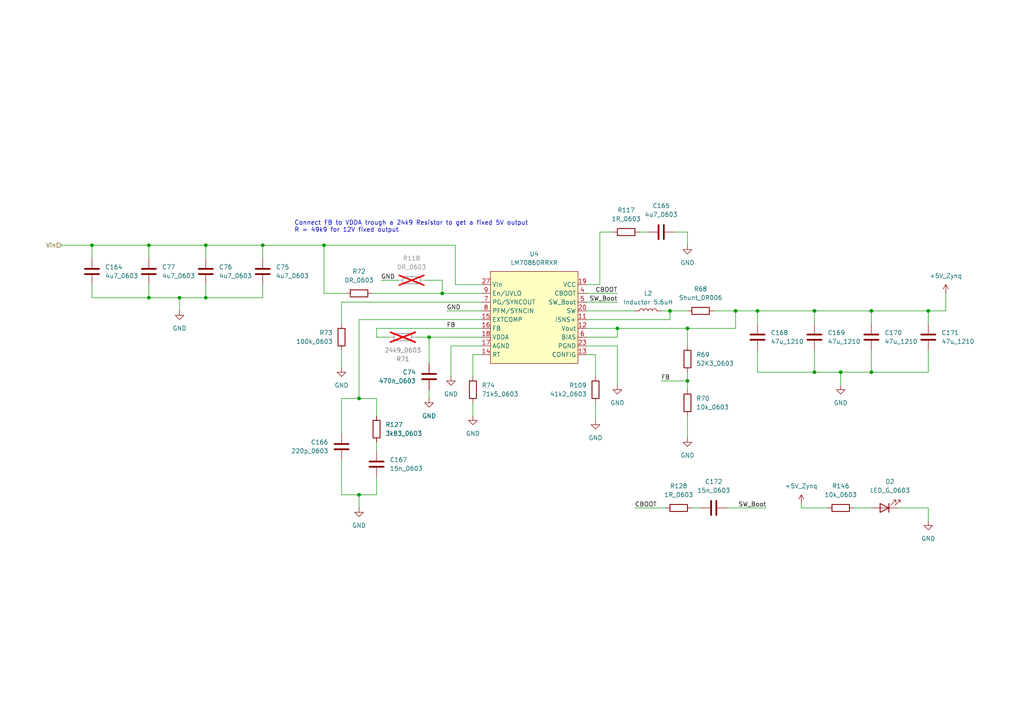
<source format=kicad_sch>
(kicad_sch (version 20250114) (generator "eeschema") (generator_version "9.0")
  (paper "A4")
  (lib_symbols
    (symbol "MYLIB_Misc:220p_0603" (pin_numbers (hide yes)) (pin_names (hide yes))
      (property "Reference" "C" (at -4.064 0 0))
      (property "Value" "220p_0603" (at 4.318 0 90))
      (symbol "220p_0603_0_1"
        (polyline (pts (xy 2.032 0.762) (xy -2.032 0.762)) (stroke (width 0.508)))
        (polyline (pts (xy 2.032 -0.762) (xy -2.032 -0.762)) (stroke (width 0.508)))
      )
      (symbol "220p_0603_1_1"
        (pin passive line (at 0 3.81 270) (length 2.794) (name "~") (number "2"))
        (pin passive line (at 0 -3.81 90) (length 2.794) (name "~") (number "1"))
      )
    )
    (symbol "MYLIB_Misc:3k83_0603" (pin_numbers (hide yes)) (pin_names (hide yes))
      (property "Reference" "R" (at 0 5.08 0))
      (property "Value" "3k83_0603" (at 0 3.048 0))
      (symbol "3k83_0603_0_1"
        (rectangle (start -2.54 1.016) (end 2.54 -1.016) (stroke (width 0.254)))
      )
      (symbol "3k83_0603_1_1"
        (pin passive line (at -3.81 0 0) (length 1.27) (name "~") (number "1"))
        (pin passive line (at 3.81 0 180) (length 1.27) (name "~") (number "2"))
      )
    )
    (symbol "MYLIB_Misc:41k2" (pin_numbers (hide yes))
      (property "Reference" "R" (at 0 5.588 0))
      (property "Value" "41k2_0603" (at 0 3.302 0))
      (symbol "41k2_0_1"
        (rectangle (start -2.54 -1.016) (end 2.54 1.016) (stroke (width 0.254)))
      )
      (symbol "41k2_1_1"
        (pin passive line (at -3.81 0 0) (length 1.27) (name "~") (number "1"))
        (pin passive line (at 3.81 0 180) (length 1.27) (name "~") (number "2"))
      )
    )
    (symbol "MYLIB_Misc:47u_1210" (pin_numbers (hide yes)) (pin_names (hide yes))
      (property "Reference" "C" (at -3.81 0 0))
      (property "Value" "47u_1210" (at 3.81 0 90))
      (symbol "47u_1210_0_1"
        (polyline (pts (xy 2.032 0.762) (xy -2.032 0.762)) (stroke (width 0.508)))
        (polyline (pts (xy 2.032 -0.762) (xy -2.032 -0.762)) (stroke (width 0.508)))
      )
      (symbol "47u_1210_1_1"
        (pin passive line (at 0 3.81 270) (length 2.794) (name "~") (number "2"))
        (pin passive line (at 0 -3.81 90) (length 2.794) (name "~") (number "1"))
      )
    )
    (symbol "MYLIB_Misc:71k5_0603" (pin_numbers (hide yes))
      (property "Reference" "R" (at 0 5.842 0))
      (property "Value" "71k5_0603" (at 0 3.302 0))
      (symbol "71k5_0603_0_1"
        (rectangle (start -2.54 -1.016) (end 2.54 1.016) (stroke (width 0.254)))
      )
      (symbol "71k5_0603_1_1"
        (pin passive line (at -3.81 0 0) (length 1.27) (name "~") (number "1"))
        (pin passive line (at 3.81 0 180) (length 1.27) (name "~") (number "2"))
      )
    )
    (symbol "MYLIB_Misc:Inductor_5.6uH" (pin_numbers (hide yes)) (pin_names (hide yes))
      (property "Reference" "L" (at 0 4.318 0))
      (property "Value" "Inductor 5.6uH" (at 0 2.286 0))
      (symbol "Inductor_5.6uH_0_1"
        (arc (start -2.54 0) (mid -1.905 0.6323) (end -1.27 0))
        (arc (start -1.27 0) (mid -0.635 0.6323) (end 0 0))
        (arc (start 0 0) (mid 0.635 0.6323) (end 1.27 0))
        (arc (start 1.27 0) (mid 1.905 0.6323) (end 2.54 0))
      )
      (symbol "Inductor_5.6uH_1_1"
        (pin passive line (at -3.81 0 0) (length 1.27) (name "1") (number "1"))
        (pin passive line (at 3.81 0 180) (length 1.27) (name "2") (number "2"))
      )
    )
    (symbol "MYLIB_Misc:LM70860RRXR"
      (property "Reference" "U" (at 0 16.51 0))
      (property "Value" "LM70860RRXR" (at -0.254 14.224 0))
      (symbol "LM70860RRXR_1_1"
        (rectangle (start -12.7 12.7) (end 12.7 -13.97) (fill (type background)))
        (pin input line (at -15.24 8.89 0) (length 2.54) (hide yes) (name "Vin") (number "1"))
        (pin input line (at -15.24 8.89 0) (length 2.54) (hide yes) (name "Vin") (number "2"))
        (pin input line (at -15.24 8.89 0) (length 2.54) (name "Vin") (number "27"))
        (pin input line (at -15.24 8.89 0) (length 2.54) (hide yes) (name "Vin") (number "28"))
        (pin input line (at -15.24 8.89 0) (length 2.54) (hide yes) (name "Vin") (number "29"))
        (pin input line (at -15.24 8.89 0) (length 2.54) (hide yes) (name "Vin") (number "3"))
        (pin input line (at -15.24 6.35 0) (length 2.54) (name "En/UVLO") (number "9"))
        (pin input line (at -15.24 3.81 0) (length 2.54) (name "PG/SYNCOUT") (number "7"))
        (pin input line (at -15.24 1.27 0) (length 2.54) (name "PFM/SYNCIN") (number "8"))
        (pin input line (at -15.24 -1.27 0) (length 2.54) (name "EXTCOMP") (number "15"))
        (pin input line (at -15.24 -3.81 0) (length 2.54) (name "FB") (number "16"))
        (pin input line (at -15.24 -6.35 0) (length 2.54) (name "VDDA") (number "18"))
        (pin input line (at -15.24 -8.89 0) (length 2.54) (name "AGND") (number "17"))
        (pin input line (at -15.24 -11.43 0) (length 2.54) (name "RT") (number "14"))
        (pin input line (at 15.24 8.89 180) (length 2.54) (name "VCC") (number "19"))
        (pin input line (at 15.24 6.35 180) (length 2.54) (name "CBOOT") (number "4"))
        (pin input line (at 15.24 3.81 180) (length 2.54) (name "SW_Boot") (number "5"))
        (pin input line (at 15.24 1.27 180) (length 2.54) (name "SW") (number "20"))
        (pin input line (at 15.24 1.27 180) (length 2.54) (hide yes) (name "SW") (number "21"))
        (pin input line (at 15.24 1.27 180) (length 2.54) (hide yes) (name "SW") (number "22"))
        (pin input line (at 15.24 -1.27 180) (length 2.54) (name "ISNS+") (number "11"))
        (pin input line (at 15.24 -3.81 180) (length 2.54) (name "Vout") (number "12"))
        (pin input line (at 15.24 -6.35 180) (length 2.54) (name "BIAS") (number "6"))
        (pin input line (at 15.24 -8.89 180) (length 2.54) (name "PGND") (number "23"))
        (pin input line (at 15.24 -8.89 180) (length 2.54) (hide yes) (name "PGND") (number "24"))
        (pin input line (at 15.24 -8.89 180) (length 2.54) (hide yes) (name "PGND") (number "25"))
        (pin input line (at 15.24 -8.89 180) (length 2.54) (hide yes) (name "PGND") (number "26"))
        (pin input line (at 15.24 -8.89 180) (length 2.54) (hide yes) (name "PGND") (number "30"))
        (pin input line (at 15.24 -11.43 180) (length 2.54) (name "CONFIG") (number "13"))
      )
    )
    (symbol "MYLIB_Misc:PRL1632-R006-F-T1" (pin_numbers (hide yes))
      (property "Reference" "R" (at 0 5.08 0))
      (property "Value" "Shunt_0R006" (at 0 3.048 0))
      (symbol "PRL1632-R006-F-T1_0_1"
        (rectangle (start 2.54 -1.016) (end -2.54 1.016) (stroke (width 0.254)))
      )
      (symbol "PRL1632-R006-F-T1_1_1"
        (pin passive line (at -3.81 0 0) (length 1.27) (name "~") (number "1"))
        (pin passive line (at 3.81 0 180) (length 1.27) (name "~") (number "2"))
      )
    )
    (symbol "WLIB_C:15n_0603" (pin_numbers (hide yes)) (pin_names (offset 0.254))
      (property "Reference" "C" (at 0.635 2.54 0))
      (property "Value" "15n_0603" (at 0.635 -2.54 0))
      (symbol "15n_0603_0_1"
        (polyline (pts (xy -2.032 0.762) (xy 2.032 0.762)) (stroke (width 0.508)))
        (polyline (pts (xy -2.032 -0.762) (xy 2.032 -0.762)) (stroke (width 0.508)))
      )
      (symbol "15n_0603_1_1"
        (pin passive line (at 0 3.81 270) (length 2.794) (name "~") (number "1"))
        (pin passive line (at 0 -3.81 90) (length 2.794) (name "~") (number "2"))
      )
    )
    (symbol "WLIB_C:470n_0603" (pin_numbers (hide yes)) (pin_names (offset 0.254))
      (property "Reference" "C" (at 0.635 2.54 0))
      (property "Value" "470n_0603" (at 0.635 -2.54 0))
      (symbol "470n_0603_0_1"
        (polyline (pts (xy -2.032 0.762) (xy 2.032 0.762)) (stroke (width 0.508)))
        (polyline (pts (xy -2.032 -0.762) (xy 2.032 -0.762)) (stroke (width 0.508)))
      )
      (symbol "470n_0603_1_1"
        (pin passive line (at 0 3.81 270) (length 2.794) (name "~") (number "1"))
        (pin passive line (at 0 -3.81 90) (length 2.794) (name "~") (number "2"))
      )
    )
    (symbol "WLIB_C:4u7_0603" (pin_numbers (hide yes)) (pin_names (offset 0.254))
      (property "Reference" "C" (at 0.635 2.54 0))
      (property "Value" "4u7_0603" (at 0.635 -2.54 0))
      (symbol "4u7_0603_0_1"
        (polyline (pts (xy -2.032 0.762) (xy 2.032 0.762)) (stroke (width 0.508)))
        (polyline (pts (xy -2.032 -0.762) (xy 2.032 -0.762)) (stroke (width 0.508)))
      )
      (symbol "4u7_0603_1_1"
        (pin passive line (at 0 3.81 270) (length 2.794) (name "~") (number "1"))
        (pin passive line (at 0 -3.81 90) (length 2.794) (name "~") (number "2"))
      )
    )
    (symbol "WLIB_D:LED_G_0603" (pin_numbers (hide yes)) (pin_names (offset 1.016) (hide yes))
      (property "Reference" "D" (at 0 2.54 0))
      (property "Value" "LED_G_0603" (at 0 -3.81 0))
      (symbol "LED_G_0603_0_1"
        (polyline (pts (xy -3.048 -0.762) (xy -4.572 -2.286) (xy -3.81 -2.286) (xy -4.572 -2.286) (xy -4.572 -1.524)))
        (polyline (pts (xy -1.778 -0.762) (xy -3.302 -2.286) (xy -2.54 -2.286) (xy -3.302 -2.286) (xy -3.302 -1.524)))
        (polyline (pts (xy -1.27 0) (xy 1.27 0)))
        (polyline (pts (xy -1.27 -1.27) (xy -1.27 1.27)) (stroke (width 0.254)))
        (polyline (pts (xy 1.27 -1.27) (xy 1.27 1.27) (xy -1.27 0) (xy 1.27 -1.27)) (stroke (width 0.254)))
      )
      (symbol "LED_G_0603_1_1"
        (pin passive line (at -3.81 0 0) (length 2.54) (name "K") (number "1"))
        (pin passive line (at 3.81 0 180) (length 2.54) (name "A") (number "2"))
      )
    )
    (symbol "WLIB_R:0R_0603" (pin_numbers (hide yes)) (pin_names (offset 0))
      (property "Reference" "R" (at 2.032 0 90))
      (property "Value" "0R_0603" (at -2.54 0 90))
      (symbol "0R_0603_0_1"
        (rectangle (start -1.016 -2.54) (end 1.016 2.54) (stroke (width 0.254)))
      )
      (symbol "0R_0603_1_1"
        (pin passive line (at 0 3.81 270) (length 1.27) (name "~") (number "1"))
        (pin passive line (at 0 -3.81 90) (length 1.27) (name "~") (number "2"))
      )
    )
    (symbol "WLIB_R:100k_0603" (pin_numbers (hide yes)) (pin_names (offset 0))
      (property "Reference" "R" (at 2.032 0 90))
      (property "Value" "100k_0603" (at -2.54 0 90))
      (symbol "100k_0603_0_1"
        (rectangle (start -1.016 -2.54) (end 1.016 2.54) (stroke (width 0.254)))
      )
      (symbol "100k_0603_1_1"
        (pin passive line (at 0 3.81 270) (length 1.27) (name "~") (number "1"))
        (pin passive line (at 0 -3.81 90) (length 1.27) (name "~") (number "2"))
      )
    )
    (symbol "WLIB_R:10k_0603" (pin_numbers (hide yes)) (pin_names (offset 0))
      (property "Reference" "R" (at 2.032 0 90))
      (property "Value" "10k_0603" (at -2.54 0 90))
      (symbol "10k_0603_0_1"
        (rectangle (start -1.016 -2.54) (end 1.016 2.54) (stroke (width 0.254)))
      )
      (symbol "10k_0603_1_1"
        (pin passive line (at 0 3.81 270) (length 1.27) (name "~") (number "1"))
        (pin passive line (at 0 -3.81 90) (length 1.27) (name "~") (number "2"))
      )
    )
    (symbol "WLIB_R:1R_0603" (pin_numbers (hide yes)) (pin_names (offset 0))
      (property "Reference" "R" (at 2.032 0 90))
      (property "Value" "1R_0603" (at -2.54 0 90))
      (symbol "1R_0603_0_1"
        (rectangle (start -1.016 -2.54) (end 1.016 2.54) (stroke (width 0.254)))
      )
      (symbol "1R_0603_1_1"
        (pin passive line (at 0 3.81 270) (length 1.27) (name "~") (number "1"))
        (pin passive line (at 0 -3.81 90) (length 1.27) (name "~") (number "2"))
      )
    )
    (symbol "WLIB_R:24k9_0603" (pin_numbers (hide yes)) (pin_names (offset 0))
      (property "Reference" "R" (at 2.032 0 90))
      (property "Value" "24k9_0603" (at -2.54 0 90))
      (symbol "24k9_0603_0_1"
        (rectangle (start -1.016 -2.54) (end 1.016 2.54) (stroke (width 0.254)))
      )
      (symbol "24k9_0603_1_1"
        (pin passive line (at 0 3.81 270) (length 1.27) (name "~") (number "1"))
        (pin passive line (at 0 -3.81 90) (length 1.27) (name "~") (number "2"))
      )
    )
    (symbol "WLIB_R:52K3_0603" (pin_numbers (hide yes)) (pin_names (offset 0))
      (property "Reference" "R" (at 2.032 0 90))
      (property "Value" "52K3_0603" (at -2.54 0 90))
      (symbol "52K3_0603_0_1"
        (rectangle (start -1.016 -2.54) (end 1.016 2.54) (stroke (width 0.254)))
      )
      (symbol "52K3_0603_1_1"
        (pin passive line (at 0 3.81 270) (length 1.27) (name "~") (number "1"))
        (pin passive line (at 0 -3.81 90) (length 1.27) (name "~") (number "2"))
      )
    )
    (symbol "power:+5V" (power) (pin_numbers (hide yes)) (pin_names (offset 0) (hide yes))
      (property "Value" "+5V" (at 0 3.556 0))
      (symbol "+5V_0_1"
        (polyline (pts (xy -0.762 1.27) (xy 0 2.54)))
        (polyline (pts (xy 0 2.54) (xy 0.762 1.27)))
        (polyline (pts (xy 0 0) (xy 0 2.54)))
      )
      (symbol "+5V_1_1"
        (pin power_in line (at 0 0 90) (length 0) (name "~") (number "1"))
      )
    )
    (symbol "power:GND" (power) (pin_numbers (hide yes)) (pin_names (offset 0) (hide yes))
      (property "Value" "GND" (at 0 -3.81 0))
      (symbol "GND_0_1"
        (polyline (pts (xy 0 0) (xy 0 -1.27) (xy 1.27 -1.27) (xy 0 -2.54) (xy -1.27 -1.27) (xy 0 -1.27)))
      )
      (symbol "GND_1_1"
        (pin power_in line (at 0 0 270) (length 0) (name "~") (number "1"))
      )
    )
  )
  (text "Connect FB to VDDA trough a 24k9 Resistor to get a fixed 5V output\nR = 49k9 for 12V fixed output\n" (at 85.344 65.786 0) (effects (font (size 1.27 1.27)) (justify left)))
  (junction (at 26.67 71.12))
  (junction (at 59.69 86.36))
  (junction (at 179.07 95.25))
  (junction (at 243.84 107.95))
  (junction (at 104.14 115.57))
  (junction (at 104.14 143.51))
  (junction (at 128.27 85.09))
  (junction (at 124.46 97.79))
  (junction (at 194.31 90.17))
  (junction (at 269.24 90.17))
  (junction (at 43.18 71.12))
  (junction (at 199.39 110.49))
  (junction (at 219.71 90.17))
  (junction (at 236.22 107.95))
  (junction (at 199.39 95.25))
  (junction (at 93.98 71.12))
  (junction (at 59.69 71.12))
  (junction (at 213.36 90.17))
  (junction (at 252.73 107.95))
  (junction (at 236.22 90.17))
  (junction (at 76.2 71.12))
  (junction (at 43.18 86.36))
  (junction (at 52.07 86.36))
  (junction (at 252.73 90.17))
  (wire (pts (xy 232.41 146.05) (xy 232.41 147.32)))
  (wire (pts (xy 107.95 85.09) (xy 128.27 85.09)))
  (wire (pts (xy 252.73 107.95) (xy 269.24 107.95)))
  (wire (pts (xy 236.22 90.17) (xy 236.22 93.98)))
  (wire (pts (xy 243.84 111.76) (xy 243.84 107.95)))
  (wire (pts (xy 236.22 107.95) (xy 219.71 107.95)))
  (wire (pts (xy 199.39 110.49) (xy 191.77 110.49)))
  (wire (pts (xy 43.18 71.12) (xy 43.18 74.93)))
  (wire (pts (xy 99.06 143.51) (xy 99.06 133.35)))
  (wire (pts (xy 219.71 107.95) (xy 219.71 101.6)))
  (wire (pts (xy 100.33 85.09) (xy 93.98 85.09)))
  (wire (pts (xy 93.98 71.12) (xy 76.2 71.12)))
  (wire (pts (xy 236.22 90.17) (xy 219.71 90.17)))
  (wire (pts (xy 247.65 147.32) (xy 252.73 147.32)))
  (wire (pts (xy 243.84 107.95) (xy 252.73 107.95)))
  (wire (pts (xy 170.18 102.87) (xy 172.72 102.87)))
  (wire (pts (xy 236.22 101.6) (xy 236.22 107.95)))
  (wire (pts (xy 128.27 85.09) (xy 139.7 85.09)))
  (wire (pts (xy 252.73 107.95) (xy 252.73 101.6)))
  (wire (pts (xy 172.72 116.84) (xy 172.72 121.92)))
  (wire (pts (xy 137.16 116.84) (xy 137.16 120.65)))
  (wire (pts (xy 104.14 143.51) (xy 104.14 147.32)))
  (wire (pts (xy 109.22 115.57) (xy 109.22 120.65)))
  (wire (pts (xy 109.22 143.51) (xy 104.14 143.51)))
  (wire (pts (xy 139.7 87.63) (xy 99.06 87.63)))
  (wire (pts (xy 173.99 67.31) (xy 177.8 67.31)))
  (wire (pts (xy 124.46 97.79) (xy 124.46 105.41)))
  (wire (pts (xy 252.73 90.17) (xy 269.24 90.17)))
  (wire (pts (xy 243.84 107.95) (xy 236.22 107.95)))
  (wire (pts (xy 232.41 147.32) (xy 240.03 147.32)))
  (wire (pts (xy 252.73 93.98) (xy 252.73 90.17)))
  (wire (pts (xy 26.67 71.12) (xy 26.67 74.93)))
  (wire (pts (xy 17.78 71.12) (xy 26.67 71.12)))
  (wire (pts (xy 52.07 86.36) (xy 43.18 86.36)))
  (wire (pts (xy 132.08 82.55) (xy 139.7 82.55)))
  (wire (pts (xy 179.07 97.79) (xy 179.07 95.25)))
  (wire (pts (xy 43.18 82.55) (xy 43.18 86.36)))
  (wire (pts (xy 26.67 71.12) (xy 43.18 71.12)))
  (wire (pts (xy 269.24 147.32) (xy 260.35 147.32)))
  (wire (pts (xy 219.71 93.98) (xy 219.71 90.17)))
  (wire (pts (xy 170.18 97.79) (xy 179.07 97.79)))
  (wire (pts (xy 207.01 90.17) (xy 213.36 90.17)))
  (wire (pts (xy 191.77 90.17) (xy 194.31 90.17)))
  (wire (pts (xy 128.27 81.28) (xy 128.27 85.09)))
  (wire (pts (xy 132.08 82.55) (xy 132.08 71.12)))
  (wire (pts (xy 76.2 71.12) (xy 76.2 74.93)))
  (wire (pts (xy 252.73 90.17) (xy 236.22 90.17)))
  (wire (pts (xy 59.69 86.36) (xy 59.69 82.55)))
  (wire (pts (xy 213.36 90.17) (xy 219.71 90.17)))
  (wire (pts (xy 172.72 102.87) (xy 172.72 109.22)))
  (wire (pts (xy 99.06 101.6) (xy 99.06 106.68)))
  (wire (pts (xy 130.81 100.33) (xy 130.81 109.22)))
  (wire (pts (xy 43.18 86.36) (xy 26.67 86.36)))
  (wire (pts (xy 269.24 90.17) (xy 269.24 93.98)))
  (wire (pts (xy 170.18 82.55) (xy 173.99 82.55)))
  (wire (pts (xy 199.39 71.12) (xy 199.39 67.31)))
  (wire (pts (xy 179.07 111.76) (xy 179.07 100.33)))
  (wire (pts (xy 99.06 87.63) (xy 99.06 93.98)))
  (wire (pts (xy 269.24 107.95) (xy 269.24 101.6)))
  (wire (pts (xy 132.08 71.12) (xy 93.98 71.12)))
  (wire (pts (xy 124.46 113.03) (xy 124.46 115.57)))
  (wire (pts (xy 200.66 147.32) (xy 203.2 147.32)))
  (wire (pts (xy 59.69 74.93) (xy 59.69 71.12)))
  (wire (pts (xy 129.54 90.17) (xy 139.7 90.17)))
  (wire (pts (xy 59.69 71.12) (xy 76.2 71.12)))
  (wire (pts (xy 52.07 86.36) (xy 59.69 86.36)))
  (wire (pts (xy 52.07 90.17) (xy 52.07 86.36)))
  (wire (pts (xy 199.39 95.25) (xy 213.36 95.25)))
  (wire (pts (xy 104.14 115.57) (xy 109.22 115.57)))
  (wire (pts (xy 213.36 90.17) (xy 213.36 95.25)))
  (wire (pts (xy 179.07 95.25) (xy 199.39 95.25)))
  (wire (pts (xy 274.32 90.17) (xy 269.24 90.17)))
  (wire (pts (xy 104.14 92.71) (xy 139.7 92.71)))
  (wire (pts (xy 210.82 147.32) (xy 222.25 147.32)))
  (wire (pts (xy 269.24 151.13) (xy 269.24 147.32)))
  (wire (pts (xy 274.32 85.09) (xy 274.32 90.17)))
  (wire (pts (xy 199.39 107.95) (xy 199.39 110.49)))
  (wire (pts (xy 199.39 110.49) (xy 199.39 113.03)))
  (wire (pts (xy 199.39 120.65) (xy 199.39 127)))
  (wire (pts (xy 199.39 95.25) (xy 199.39 100.33)))
  (wire (pts (xy 109.22 128.27) (xy 109.22 130.81)))
  (wire (pts (xy 123.19 81.28) (xy 128.27 81.28)))
  (wire (pts (xy 109.22 97.79) (xy 113.03 97.79)))
  (wire (pts (xy 170.18 87.63) (xy 179.07 87.63)))
  (wire (pts (xy 109.22 95.25) (xy 109.22 97.79)))
  (wire (pts (xy 93.98 71.12) (xy 93.98 85.09)))
  (wire (pts (xy 124.46 97.79) (xy 139.7 97.79)))
  (wire (pts (xy 184.15 147.32) (xy 193.04 147.32)))
  (wire (pts (xy 173.99 82.55) (xy 173.99 67.31)))
  (wire (pts (xy 194.31 92.71) (xy 194.31 90.17)))
  (wire (pts (xy 26.67 86.36) (xy 26.67 82.55)))
  (wire (pts (xy 170.18 92.71) (xy 194.31 92.71)))
  (wire (pts (xy 43.18 71.12) (xy 59.69 71.12)))
  (wire (pts (xy 194.31 90.17) (xy 199.39 90.17)))
  (wire (pts (xy 195.58 67.31) (xy 199.39 67.31)))
  (wire (pts (xy 137.16 102.87) (xy 139.7 102.87)))
  (wire (pts (xy 120.65 97.79) (xy 124.46 97.79)))
  (wire (pts (xy 59.69 86.36) (xy 76.2 86.36)))
  (wire (pts (xy 179.07 100.33) (xy 170.18 100.33)))
  (wire (pts (xy 170.18 85.09) (xy 179.07 85.09)))
  (wire (pts (xy 109.22 138.43) (xy 109.22 143.51)))
  (wire (pts (xy 139.7 100.33) (xy 130.81 100.33)))
  (wire (pts (xy 76.2 86.36) (xy 76.2 82.55)))
  (wire (pts (xy 99.06 115.57) (xy 104.14 115.57)))
  (wire (pts (xy 104.14 143.51) (xy 99.06 143.51)))
  (wire (pts (xy 110.49 81.28) (xy 115.57 81.28)))
  (wire (pts (xy 109.22 95.25) (xy 139.7 95.25)))
  (wire (pts (xy 104.14 92.71) (xy 104.14 115.57)))
  (wire (pts (xy 137.16 109.22) (xy 137.16 102.87)))
  (wire (pts (xy 185.42 67.31) (xy 187.96 67.31)))
  (wire (pts (xy 99.06 125.73) (xy 99.06 115.57)))
  (wire (pts (xy 170.18 90.17) (xy 184.15 90.17)))
  (wire (pts (xy 170.18 95.25) (xy 179.07 95.25)))
  (label "CBOOT" (at 179.07 85.09 180))
  (label "GND" (at 110.49 81.28 0))
  (label "SW_Boot" (at 179.07 87.63 180))
  (label "SW_Boot" (at 222.25 147.32 180))
  (label "CBOOT" (at 184.15 147.32 0))
  (label "FB" (at 129.54 95.25 0))
  (label "GND" (at 129.54 90.17 0))
  (label "FB" (at 191.77 110.49 0))
  (hierarchical_label "Vin" (shape input) (at 17.78 71.12 180))
  (symbol (lib_id "WLIB_R:0R_0603") (at 119.38 81.28 90) (unit 1) (dnp yes)
    (property "Reference" "R118" (at 119.38 74.93 90))
    (property "Value" "0R_0603" (at 119.38 77.47 90))
    (property "Footprint" "Resistor_SMD:R_0603_1608Metric" (effects (hide yes)))
    (property "Datasheet" "https://www.farnell.com/datasheets/2869757.pdf" (effects (hide yes)))
    (property "Description" "Jumper Resistor" (effects (hide yes)))
    (property "FARNELL" "2309111" (effects (hide yes)))
    (property "Rated Power" "100mW" (effects (hide yes)))
  )
  (symbol (lib_id "power:GND") (at 104.14 147.32 0) (unit 1)
    (property "Reference" "#PWR0106" (effects (hide yes)))
    (property "Value" "GND" (at 104.14 152.4 0))
    (property "Description" "Power symbol creates a global label with name \"GND\" , ground" (effects (hide yes)))
  )
  (symbol (lib_id "power:GND") (at 199.39 127 0) (unit 1)
    (property "Reference" "#PWR049" (effects (hide yes)))
    (property "Value" "GND" (at 199.39 132.08 0))
    (property "Description" "Power symbol creates a global label with name \"GND\" , ground" (effects (hide yes)))
  )
  (symbol (lib_id "WLIB_R:10k_0603") (at 243.84 147.32 90) (unit 1)
    (property "Reference" "R146" (at 243.84 140.97 90))
    (property "Value" "10k_0603" (at 243.84 143.51 90))
    (property "Footprint" "Resistor_SMD:R_0603_1608Metric" (effects (hide yes)))
    (property "Datasheet" "https://www.farnell.com/datasheets/2860681.pdf" (effects (hide yes)))
    (property "Description" "Resistor" (effects (hide yes)))
    (property "FARNELL" "2447230" (effects (hide yes)))
    (property "Rated Power" "100mW" (effects (hide yes)))
    (property "JLCPCB" "C25804" (effects (hide yes)))
  )
  (symbol (lib_id "power:GND") (at 243.84 111.76 0) (unit 1)
    (property "Reference" "#PWR0107" (effects (hide yes)))
    (property "Value" "GND" (at 243.84 116.84 0))
    (property "Description" "Power symbol creates a global label with name \"GND\" , ground" (effects (hide yes)))
  )
  (symbol (lib_id "WLIB_R:10k_0603") (at 199.39 116.84 0) (unit 1)
    (property "Reference" "R70" (at 201.93 115.5699 0) (effects (justify left)))
    (property "Value" "10k_0603" (at 201.93 118.1099 0) (effects (justify left)))
    (property "Footprint" "Resistor_SMD:R_0603_1608Metric" (effects (hide yes)))
    (property "Datasheet" "https://www.farnell.com/datasheets/2860681.pdf" (effects (hide yes)))
    (property "Description" "Resistor" (effects (hide yes)))
    (property "FARNELL" "2447230" (effects (hide yes)))
    (property "Rated Power" "100mW" (effects (hide yes)))
    (property "JLCPCB" "C25804" (effects (hide yes)))
  )
  (symbol (lib_id "MYLIB_Misc:3k83_0603") (at 109.22 124.46 90) (unit 1)
    (property "Reference" "R127" (at 111.76 123.1899 90) (effects (justify right)))
    (property "Value" "3k83_0603" (at 111.76 125.7299 90) (effects (justify right)))
    (property "Footprint" "Resistor_SMD:R_0603_1608Metric" (effects (hide yes)))
  )
  (symbol (lib_id "WLIB_C:4u7_0603") (at 59.69 78.74 0) (unit 1)
    (property "Reference" "C76" (at 63.5 77.4699 0) (effects (justify left)))
    (property "Value" "4u7_0603" (at 63.5 80.0099 0) (effects (justify left)))
    (property "Footprint" "WLIB_Capacitor:C_0603" (effects (hide yes)))
    (property "Datasheet" "https://www.farnell.com/datasheets/2048165.pdf" (effects (hide yes)))
    (property "Description" "Unpolarized capacitor" (effects (hide yes)))
    (property "Voltage" "25 V" (effects (hide yes)))
    (property "FARNELL" "2426959" (effects (hide yes)))
    (property "JLCPCB" "C408137" (effects (hide yes)))
  )
  (symbol (lib_id "MYLIB_Misc:PRL1632-R006-F-T1") (at 203.2 90.17 0) (unit 1)
    (property "Reference" "R68" (at 203.2 83.82 0))
    (property "Value" "Shunt_0R006" (at 203.2 86.36 0))
    (property "Footprint" "MYLIB_Misc:PRL1632-R006-F-T1" (effects (hide yes)))
    (property "Datasheet" "https://www.susumu.co.jp/common/pdf/n_catalog_partition07_en.pdf" (effects (hide yes)))
    (property "Description" "Shunt resistor 6m, 1W, SMD" (effects (hide yes)))
    (property "Mouser nr" "754-PRL1632-R006-FT1 " (effects (hide yes)))
    (property "Manuf nr" "PRL1632-R006-F-T1" (effects (hide yes)))
  )
  (symbol (lib_id "MYLIB_Misc:47u_1210") (at 219.71 97.79 0) (unit 1)
    (property "Reference" "C168" (at 223.52 96.5199 0) (effects (justify left)))
    (property "Value" "47u_1210" (at 223.52 99.0599 0) (effects (justify left)))
    (property "Footprint" "Capacitor_SMD:C_1210_3225Metric" (effects (hide yes)))
    (property "Datasheet" "https://pim.murata.com/asset/pim4/ceramicCapacitorSMD/GRM32ER61C476KE15-01A-EN_PDF_CERAMICCAPACITORSMD" (effects (hide yes)))
    (property "Description" "Capacitor 16V, 47u SMD" (effects (hide yes)))
    (property "Manuf nr" " GRM32ER61C476KE15L" (effects (hide yes)))
  )
  (symbol (lib_id "WLIB_R:24k9_0603") (at 116.84 97.79 90) (mirror x) (unit 1) (dnp yes)
    (property "Reference" "R71" (at 116.84 104.14 90))
    (property "Value" "24k9_0603" (at 116.84 101.6 90))
    (property "Footprint" "Resistor_SMD:R_0603_1608Metric" (effects (hide yes)))
    (property "Datasheet" "https://www.farnell.com/datasheets/4535162.pdf" (effects (hide yes)))
    (property "Description" "Resistor" (effects (hide yes)))
    (property "FARNELL" "2670717" (effects (hide yes)))
    (property "Rated Power" "100mW" (effects (hide yes)))
  )
  (symbol (lib_id "power:GND") (at 99.06 106.68 0) (unit 1)
    (property "Reference" "#PWR052" (effects (hide yes)))
    (property "Value" "GND" (at 99.06 111.76 0))
    (property "Description" "Power symbol creates a global label with name \"GND\" , ground" (effects (hide yes)))
  )
  (symbol (lib_id "power:GND") (at 124.46 115.57 0) (unit 1)
    (property "Reference" "#PWR050" (effects (hide yes)))
    (property "Value" "GND" (at 124.46 120.65 0))
    (property "Description" "Power symbol creates a global label with name \"GND\" , ground" (effects (hide yes)))
  )
  (symbol (lib_id "power:GND") (at 179.07 111.76 0) (unit 1)
    (property "Reference" "#PWR046" (effects (hide yes)))
    (property "Value" "GND" (at 179.07 116.84 0))
    (property "Description" "Power symbol creates a global label with name \"GND\" , ground" (effects (hide yes)))
  )
  (symbol (lib_id "power:GND") (at 52.07 90.17 0) (unit 1)
    (property "Reference" "#PWR051" (effects (hide yes)))
    (property "Value" "GND" (at 52.07 95.25 0))
    (property "Description" "Power symbol creates a global label with name \"GND\" , ground" (effects (hide yes)))
  )
  (symbol (lib_id "MYLIB_Misc:220p_0603") (at 99.06 129.54 0) (unit 1)
    (property "Reference" "C166" (at 95.25 128.2699 0) (effects (justify right)))
    (property "Value" "220p_0603" (at 95.25 130.8099 0) (effects (justify right)))
    (property "Footprint" "Resistor_SMD:R_0603_1608Metric" (effects (hide yes)))
    (property "Description" "Capacitor" (effects (hide yes)))
  )
  (symbol (lib_id "power:GND") (at 269.24 151.13 0) (unit 1)
    (property "Reference" "#PWR0108" (effects (hide yes)))
    (property "Value" "GND" (at 269.24 156.21 0))
    (property "Description" "Power symbol creates a global label with name \"GND\" , ground" (effects (hide yes)))
  )
  (symbol (lib_id "WLIB_R:1R_0603") (at 181.61 67.31 90) (unit 1)
    (property "Reference" "R117" (at 181.61 60.96 90))
    (property "Value" "1R_0603" (at 181.61 63.5 90))
    (property "Footprint" "Resistor_SMD:R_0603_1608Metric_Pad0.98x0.95mm_HandSolder" (effects (hide yes)))
    (property "Datasheet" "https://www.farnell.com/datasheets/2860635.pdf" (effects (hide yes)))
    (property "Description" "Resistor" (effects (hide yes)))
    (property "FARNELL" "2073361" (effects (hide yes)))
    (property "Power Rating" "100mW" (effects (hide yes)))
    (property "JLCPCB" "C325636" (effects (hide yes)))
  )
  (symbol (lib_id "MYLIB_Misc:Inductor_5.6uH") (at 187.96 90.17 0) (unit 1)
    (property "Reference" "L2" (at 187.96 85.09 0))
    (property "Value" "Inductor 5.6uH" (at 187.96 87.63 0))
    (property "Footprint" "MYLIB_Misc:L_5u6_78439346056" (effects (hide yes)))
    (property "Datasheet" "https://www.we-online.com/components/products/datasheet/78439346056.pdf" (effects (hide yes)))
    (property "Description" "5.6 µH Shielded Drum Core, Wirewound Inductor 6.9 A 15mOhm Nonstandard" (effects (hide yes)))
    (property "Manufacturer nr" "78439346056" (effects (hide yes)))
  )
  (symbol (lib_id "power:GND") (at 137.16 120.65 0) (unit 1)
    (property "Reference" "#PWR054" (effects (hide yes)))
    (property "Value" "GND" (at 137.16 125.73 0))
    (property "Description" "Power symbol creates a global label with name \"GND\" , ground" (effects (hide yes)))
  )
  (symbol (lib_id "WLIB_C:4u7_0603") (at 76.2 78.74 0) (unit 1)
    (property "Reference" "C75" (at 80.01 77.4699 0) (effects (justify left)))
    (property "Value" "4u7_0603" (at 80.01 80.0099 0) (effects (justify left)))
    (property "Footprint" "WLIB_Capacitor:C_0603" (effects (hide yes)))
    (property "Datasheet" "https://www.farnell.com/datasheets/2048165.pdf" (effects (hide yes)))
    (property "Description" "Unpolarized capacitor" (effects (hide yes)))
    (property "Voltage" "25 V" (effects (hide yes)))
    (property "FARNELL" "2426959" (effects (hide yes)))
    (property "JLCPCB" "C408137" (effects (hide yes)))
  )
  (symbol (lib_id "WLIB_R:100k_0603") (at 99.06 97.79 0) (mirror x) (unit 1)
    (property "Reference" "R73" (at 96.52 96.5199 0) (effects (justify right)))
    (property "Value" "100k_0603" (at 96.52 99.0599 0) (effects (justify right)))
    (property "Footprint" "Resistor_SMD:R_0603_1608Metric" (effects (hide yes)))
    (property "Datasheet" "https://www.farnell.com/datasheets/2710391.pdf" (effects (hide yes)))
    (property "Description" "Resistor" (effects (hide yes)))
    (property "FARNELL" "2078921" (effects (hide yes)))
    (property "Power Rating" "100mW" (effects (hide yes)))
    (property "JLCPCB" "    C267258" (effects (hide yes)))
  )
  (symbol (lib_id "WLIB_C:15n_0603") (at 207.01 147.32 90) (unit 1)
    (property "Reference" "C172" (at 207.01 139.7 90))
    (property "Value" "15n_0603" (at 207.01 142.24 90))
    (property "Footprint" "WLIB_Capacitor:C_0603" (effects (hide yes)))
    (property "Datasheet" "https://search.kemet.com/download/specsheet/C0805C153J1RACAUTO" (effects (hide yes)))
    (property "Description" "Unpolarized capacitor SMD MLCC" (effects (hide yes)))
    (property "FARNELL" "2984967" (effects (hide yes)))
    (property "VDC" "100V" (effects (hide yes)))
    (property "JLCPCB" "    C527994" (effects (hide yes)))
  )
  (symbol (lib_id "MYLIB_Misc:47u_1210") (at 252.73 97.79 0) (unit 1)
    (property "Reference" "C170" (at 256.54 96.5199 0) (effects (justify left)))
    (property "Value" "47u_1210" (at 256.54 99.0599 0) (effects (justify left)))
    (property "Footprint" "Capacitor_SMD:C_1210_3225Metric" (effects (hide yes)))
    (property "Datasheet" "https://pim.murata.com/asset/pim4/ceramicCapacitorSMD/GRM32ER61C476KE15-01A-EN_PDF_CERAMICCAPACITORSMD" (effects (hide yes)))
    (property "Description" "Capacitor 16V, 47u SMD" (effects (hide yes)))
    (property "Manuf nr" " GRM32ER61C476KE15L" (effects (hide yes)))
  )
  (symbol (lib_id "MYLIB_Misc:LM70860RRXR") (at 154.94 91.44 0) (unit 1)
    (property "Reference" "U4" (at 154.94 73.66 0))
    (property "Value" "LM70860RRXR" (at 154.94 76.2 0))
    (property "Footprint" "MYLIB_Misc:RRX Package, 29-Pin VQFN" (effects (hide yes)))
    (property "Datasheet" "https://www.ti.com/lit/ds/symlink/lm70860.pdf?ts=1766927367981" (effects (hide yes)))
    (property "Description" "wide-VIN synchronous buck converters designed for an input voltage range of 4.5V to 80V and delivering up to 8A of output current at fixed output voltages of 3.3V, 5V, 12V, or an adjustable output" (effects (hide yes)))
    (property "Mouser Nr" "595-LM70860RRXR" (effects (hide yes)))
  )
  (symbol (lib_id "WLIB_C:15n_0603") (at 109.22 134.62 0) (unit 1)
    (property "Reference" "C167" (at 113.03 133.3499 0) (effects (justify left)))
    (property "Value" "15n_0603" (at 113.03 135.8899 0) (effects (justify left)))
    (property "Footprint" "WLIB_Capacitor:C_0603" (effects (hide yes)))
    (property "Datasheet" "https://search.kemet.com/download/specsheet/C0805C153J1RACAUTO" (effects (hide yes)))
    (property "Description" "Unpolarized capacitor SMD MLCC" (effects (hide yes)))
    (property "FARNELL" "2984967" (effects (hide yes)))
    (property "VDC" "100V" (effects (hide yes)))
    (property "JLCPCB" "    C527994" (effects (hide yes)))
  )
  (symbol (lib_id "power:GND") (at 130.81 109.22 0) (unit 1)
    (property "Reference" "#PWR048" (effects (hide yes)))
    (property "Value" "GND" (at 130.81 114.3 0))
    (property "Description" "Power symbol creates a global label with name \"GND\" , ground" (effects (hide yes)))
  )
  (symbol (lib_id "WLIB_C:4u7_0603") (at 43.18 78.74 0) (unit 1)
    (property "Reference" "C77" (at 46.99 77.4699 0) (effects (justify left)))
    (property "Value" "4u7_0603" (at 46.99 80.0099 0) (effects (justify left)))
    (property "Footprint" "WLIB_Capacitor:C_0603" (effects (hide yes)))
    (property "Datasheet" "https://www.farnell.com/datasheets/2048165.pdf" (effects (hide yes)))
    (property "Description" "Unpolarized capacitor" (effects (hide yes)))
    (property "Voltage" "25 V" (effects (hide yes)))
    (property "FARNELL" "2426959" (effects (hide yes)))
    (property "JLCPCB" "C408137" (effects (hide yes)))
  )
  (symbol (lib_id "WLIB_R:0R_0603") (at 104.14 85.09 90) (unit 1)
    (property "Reference" "R72" (at 104.14 78.74 90))
    (property "Value" "0R_0603" (at 104.14 81.28 90))
    (property "Footprint" "Resistor_SMD:R_0603_1608Metric" (effects (hide yes)))
    (property "Datasheet" "https://www.farnell.com/datasheets/2869757.pdf" (effects (hide yes)))
    (property "Description" "Jumper Resistor" (effects (hide yes)))
    (property "FARNELL" "2309111" (effects (hide yes)))
    (property "Rated Power" "100mW" (effects (hide yes)))
  )
  (symbol (lib_id "power:GND") (at 172.72 121.92 0) (unit 1)
    (property "Reference" "#PWR055" (effects (hide yes)))
    (property "Value" "GND" (at 172.72 127 0))
    (property "Description" "Power symbol creates a global label with name \"GND\" , ground" (effects (hide yes)))
  )
  (symbol (lib_id "power:GND") (at 199.39 71.12 0) (unit 1)
    (property "Reference" "#PWR056" (effects (hide yes)))
    (property "Value" "GND" (at 199.39 76.2 0))
    (property "Description" "Power symbol creates a global label with name \"GND\" , ground" (effects (hide yes)))
  )
  (symbol (lib_id "WLIB_D:LED_G_0603") (at 256.54 147.32 180) (unit 1)
    (property "Reference" "D2" (at 258.1275 139.7 0))
    (property "Value" "LED_G_0603" (at 258.1275 142.24 0))
    (property "Footprint" "LED_SMD:LED_0603_1608Metric" (effects (hide yes)))
    (property "Datasheet" "https://www.farnell.com/datasheets/2068423.pdf" (effects (hide yes)))
    (property "Description" "Light emitting diode" (effects (hide yes)))
    (property "FARNELL" "2610409" (effects (hide yes)))
    (property "Max DC Current" "25mA" (effects (hide yes)))
    (property "Forward Voltage" "2.65 V @ 2mA" (effects (hide yes)))
    (property "JLCPCB" "C965805" (effects (hide yes)))
  )
  (symbol (lib_id "WLIB_R:1R_0603") (at 196.85 147.32 270) (unit 1)
    (property "Reference" "R128" (at 196.85 140.97 90))
    (property "Value" "1R_0603" (at 196.85 143.51 90))
    (property "Footprint" "Resistor_SMD:R_0603_1608Metric_Pad0.98x0.95mm_HandSolder" (effects (hide yes)))
    (property "Datasheet" "https://www.farnell.com/datasheets/2860635.pdf" (effects (hide yes)))
    (property "Description" "Resistor" (effects (hide yes)))
    (property "FARNELL" "2073361" (effects (hide yes)))
    (property "Power Rating" "100mW" (effects (hide yes)))
    (property "JLCPCB" "C325636" (effects (hide yes)))
  )
  (symbol (lib_id "WLIB_C:4u7_0603") (at 26.67 78.74 0) (unit 1)
    (property "Reference" "C164" (at 30.48 77.4699 0) (effects (justify left)))
    (property "Value" "4u7_0603" (at 30.48 80.0099 0) (effects (justify left)))
    (property "Footprint" "WLIB_Capacitor:C_0603" (effects (hide yes)))
    (property "Datasheet" "https://www.farnell.com/datasheets/2048165.pdf" (effects (hide yes)))
    (property "Description" "Unpolarized capacitor" (effects (hide yes)))
    (property "Voltage" "25 V" (effects (hide yes)))
    (property "FARNELL" "2426959" (effects (hide yes)))
    (property "JLCPCB" "C408137" (effects (hide yes)))
  )
  (symbol (lib_id "power:+5V") (at 232.41 146.05 0) (unit 1)
    (property "Reference" "#PWR0109" (effects (hide yes)))
    (property "Value" "+5V_Zynq" (at 232.41 140.97 0))
    (property "Description" "Power symbol creates a global label with name \"+5V\"" (effects (hide yes)))
  )
  (symbol (lib_id "MYLIB_Misc:41k2") (at 172.72 113.03 90) (unit 1)
    (property "Reference" "R109" (at 170.18 111.7599 90) (effects (justify left)))
    (property "Value" "41k2_0603" (at 170.18 114.2999 90) (effects (justify left)))
    (property "Footprint" "Resistor_SMD:R_0603_1608Metric" (effects (hide yes)))
  )
  (symbol (lib_id "WLIB_C:4u7_0603") (at 191.77 67.31 90) (unit 1)
    (property "Reference" "C165" (at 191.77 59.69 90))
    (property "Value" "4u7_0603" (at 191.77 62.23 90))
    (property "Footprint" "WLIB_Capacitor:C_0603" (effects (hide yes)))
    (property "Datasheet" "https://www.farnell.com/datasheets/2048165.pdf" (effects (hide yes)))
    (property "Description" "Unpolarized capacitor" (effects (hide yes)))
    (property "Voltage" "25 V" (effects (hide yes)))
    (property "FARNELL" "2426959" (effects (hide yes)))
    (property "JLCPCB" "C408137" (effects (hide yes)))
  )
  (symbol (lib_id "power:+5V") (at 274.32 85.09 0) (unit 1)
    (property "Reference" "#PWR045" (effects (hide yes)))
    (property "Value" "+5V_Zynq" (at 274.32 80.01 0))
    (property "Description" "Power symbol creates a global label with name \"+5V\"" (effects (hide yes)))
  )
  (symbol (lib_id "WLIB_C:470n_0603") (at 124.46 109.22 0) (mirror y) (unit 1)
    (property "Reference" "C74" (at 120.65 107.9499 0) (effects (justify left)))
    (property "Value" "470n_0603" (at 120.65 110.4899 0) (effects (justify left)))
    (property "Footprint" "WLIB_Capacitor:C_0603" (effects (hide yes)))
    (property "Datasheet" "https://4donline.ihs.com/images/VipMasterIC/IC/SCMP/SCMP-S-A0009258786/SCMP-S-A0009258786-1.pdf?hkey=6D3A4C79FDBF58556ACFDE234799DDF0" (effects (hide yes)))
    (property "Description" "Unpolarized capacitor" (effects (hide yes)))
    (property "Voltage" "25 V" (effects (hide yes)))
    (property "FARNELL" "2320797" (effects (hide yes)))
  )
  (symbol (lib_id "WLIB_R:52K3_0603") (at 199.39 104.14 0) (mirror y) (unit 1)
    (property "Reference" "R69" (at 201.93 102.8699 0) (effects (justify right)))
    (property "Value" "52K3_0603" (at 201.93 105.4099 0) (effects (justify right)))
    (property "Footprint" "Resistor_SMD:R_0603_1608Metric" (effects (hide yes)))
    (property "Datasheet" "https://www.farnell.com/datasheets/2860635.pdf" (effects (hide yes)))
    (property "Description" "Resistor" (effects (hide yes)))
    (property "FARNELL" "2337222" (effects (hide yes)))
    (property "Rated Power" "100mW" (effects (hide yes)))
  )
  (symbol (lib_id "MYLIB_Misc:71k5_0603") (at 137.16 113.03 90) (unit 1)
    (property "Reference" "R74" (at 139.7 111.7599 90) (effects (justify right)))
    (property "Value" "71k5_0603" (at 139.7 114.2999 90) (effects (justify right)))
    (property "Footprint" "Resistor_SMD:R_0603_1608Metric" (effects (hide yes)))
  )
  (symbol (lib_id "MYLIB_Misc:47u_1210") (at 269.24 97.79 0) (unit 1)
    (property "Reference" "C171" (at 273.05 96.5199 0) (effects (justify left)))
    (property "Value" "47u_1210" (at 273.05 99.0599 0) (effects (justify left)))
    (property "Footprint" "Capacitor_SMD:C_1210_3225Metric" (effects (hide yes)))
    (property "Datasheet" "https://pim.murata.com/asset/pim4/ceramicCapacitorSMD/GRM32ER61C476KE15-01A-EN_PDF_CERAMICCAPACITORSMD" (effects (hide yes)))
    (property "Description" "Capacitor 16V, 47u SMD" (effects (hide yes)))
    (property "Manuf nr" " GRM32ER61C476KE15L" (effects (hide yes)))
  )
  (symbol (lib_id "MYLIB_Misc:47u_1210") (at 236.22 97.79 0) (unit 1)
    (property "Reference" "C169" (at 240.03 96.5199 0) (effects (justify left)))
    (property "Value" "47u_1210" (at 240.03 99.0599 0) (effects (justify left)))
    (property "Footprint" "Capacitor_SMD:C_1210_3225Metric" (effects (hide yes)))
    (property "Datasheet" "https://pim.murata.com/asset/pim4/ceramicCapacitorSMD/GRM32ER61C476KE15-01A-EN_PDF_CERAMICCAPACITORSMD" (effects (hide yes)))
    (property "Description" "Capacitor 16V, 47u SMD" (effects (hide yes)))
    (property "Manuf nr" " GRM32ER61C476KE15L" (effects (hide yes)))
  )
)
</source>
